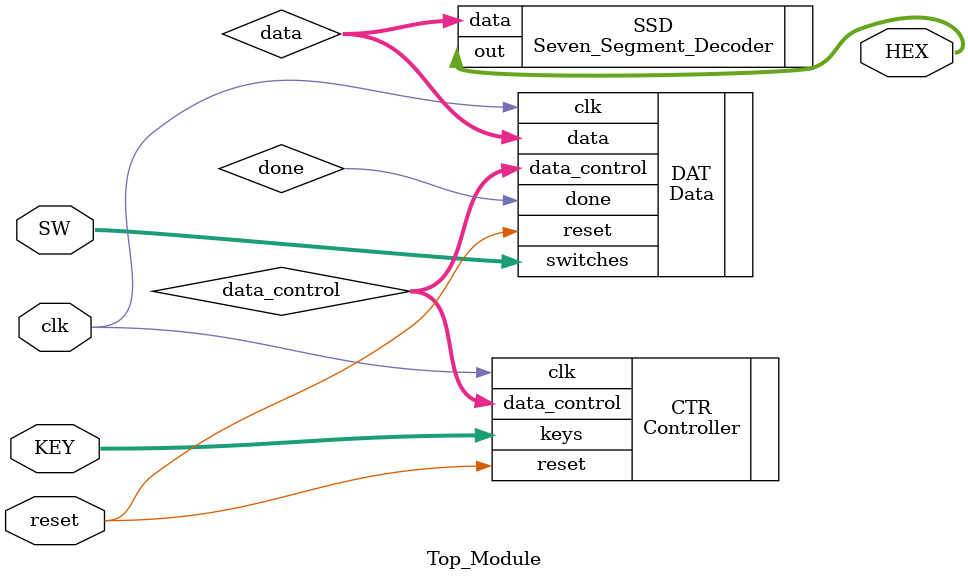
<source format=v>
module Top_Module(
  output [31:0] HEX,
  input [3:0] KEY,
  input [17:0] SW,
  input clk, reset
);

  wire [2:0] data_control;
  wire [55:0] data;
  wire done;

  Controller CTR(.data_control, .keys(KEY), .clk, .reset);
  Data DAT(.data, .switches(SW), .data_control, .done, .clk, .reset);
  Seven_Segment_Decoder SSD(.out(HEX), .data);

endmodule

</source>
